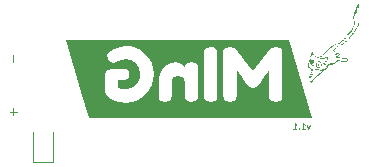
<source format=gbr>
%TF.GenerationSoftware,KiCad,Pcbnew,(6.0.7)*%
%TF.CreationDate,2023-03-08T16:51:48-08:00*%
%TF.ProjectId,ESP_SoC,4553505f-536f-4432-9e6b-696361645f70,rev?*%
%TF.SameCoordinates,Original*%
%TF.FileFunction,Legend,Bot*%
%TF.FilePolarity,Positive*%
%FSLAX46Y46*%
G04 Gerber Fmt 4.6, Leading zero omitted, Abs format (unit mm)*
G04 Created by KiCad (PCBNEW (6.0.7)) date 2023-03-08 16:51:48*
%MOMM*%
%LPD*%
G01*
G04 APERTURE LIST*
%ADD10C,0.125000*%
%ADD11C,0.120000*%
G04 APERTURE END LIST*
D10*
X127964285Y-102142857D02*
X127845238Y-102476190D01*
X127726190Y-102142857D01*
X127273809Y-102476190D02*
X127559523Y-102476190D01*
X127416666Y-102476190D02*
X127416666Y-101976190D01*
X127464285Y-102047619D01*
X127511904Y-102095238D01*
X127559523Y-102119047D01*
X127059523Y-102428571D02*
X127035714Y-102452380D01*
X127059523Y-102476190D01*
X127083333Y-102452380D01*
X127059523Y-102428571D01*
X127059523Y-102476190D01*
X126559523Y-102476190D02*
X126845238Y-102476190D01*
X126702380Y-102476190D02*
X126702380Y-101976190D01*
X126750000Y-102047619D01*
X126797619Y-102095238D01*
X126845238Y-102119047D01*
X102857142Y-100695238D02*
X102857142Y-101304761D01*
X103161904Y-101000000D02*
X102552380Y-101000000D01*
X102857142Y-96195238D02*
X102857142Y-96804761D01*
%TO.C,kibuzzard-64092D35*%
G36*
X107312928Y-94923658D02*
G01*
X126191267Y-94923658D01*
X128187072Y-101576342D01*
X109308733Y-101576342D01*
X108629918Y-99313625D01*
X110631650Y-99313625D01*
X110809450Y-99700975D01*
X111109487Y-99942672D01*
X111476200Y-100115312D01*
X111909588Y-100218897D01*
X112409650Y-100253425D01*
X112867247Y-100208777D01*
X113293887Y-100074831D01*
X113689572Y-99851589D01*
X113946850Y-99631125D01*
X115165550Y-99631125D01*
X115175075Y-99850200D01*
X115229050Y-100012125D01*
X115397325Y-100140713D01*
X115724350Y-100183575D01*
X116079950Y-100124837D01*
X116245050Y-99948625D01*
X116283150Y-99624775D01*
X116283150Y-98507175D01*
X116432375Y-98100775D01*
X116832425Y-97954725D01*
X117238825Y-98107125D01*
X117394400Y-98507175D01*
X117394400Y-99631125D01*
X117403925Y-99850200D01*
X117464250Y-100012125D01*
X117627763Y-100140713D01*
X117953200Y-100183575D01*
X118275463Y-100140713D01*
X118442150Y-100012125D01*
X118496125Y-99843850D01*
X118505374Y-99631125D01*
X119013650Y-99631125D01*
X119023175Y-99853375D01*
X119083500Y-100018475D01*
X119251775Y-100147063D01*
X119578800Y-100189925D01*
X119931225Y-100129600D01*
X120099500Y-99948625D01*
X120136853Y-99631125D01*
X120645600Y-99631125D01*
X120705925Y-99978788D01*
X120886900Y-100145475D01*
X121191700Y-100183575D01*
X121483800Y-100151825D01*
X121648900Y-100075625D01*
X121737800Y-99948625D01*
X121769550Y-99618425D01*
X121769550Y-97491175D01*
X121964812Y-97745969D01*
X122233100Y-98116650D01*
X122482337Y-98465106D01*
X122620450Y-98653225D01*
X122734750Y-98802450D01*
X122890325Y-98916750D01*
X123157025Y-98989775D01*
X123417375Y-98923100D01*
X123585650Y-98792925D01*
X123636450Y-98723075D01*
X123825362Y-98474631D01*
X124138100Y-98046800D01*
X124427025Y-97649131D01*
X124544500Y-97491175D01*
X124544500Y-99631125D01*
X124554025Y-99850200D01*
X124614350Y-100012125D01*
X124785800Y-100140713D01*
X125109650Y-100183575D01*
X125423975Y-100140713D01*
X125592250Y-100012125D01*
X125652575Y-99847025D01*
X125662100Y-99618425D01*
X125662100Y-96094175D01*
X125652575Y-95875100D01*
X125592250Y-95706825D01*
X125420800Y-95583000D01*
X125096950Y-95541725D01*
X124801675Y-95583000D01*
X124639750Y-95668725D01*
X124601650Y-95706825D01*
X123160200Y-97599125D01*
X122757102Y-97066487D01*
X122411408Y-96611573D01*
X122123118Y-96234383D01*
X121892232Y-95934917D01*
X121718750Y-95713175D01*
X121536981Y-95584587D01*
X121207575Y-95541725D01*
X120882931Y-95584587D01*
X120715450Y-95713175D01*
X120655125Y-95884625D01*
X120645600Y-96106875D01*
X120645600Y-99631125D01*
X120136853Y-99631125D01*
X120137600Y-99624775D01*
X120137600Y-96094175D01*
X120128075Y-95875100D01*
X120067750Y-95706825D01*
X119899475Y-95578237D01*
X119572450Y-95535375D01*
X119218437Y-95594113D01*
X119045400Y-95770325D01*
X119013650Y-96100525D01*
X119013650Y-99631125D01*
X118505374Y-99631125D01*
X118505650Y-99624775D01*
X118505650Y-97376875D01*
X118496125Y-97164150D01*
X118435800Y-97002225D01*
X118269113Y-96883163D01*
X117946850Y-96843475D01*
X117634112Y-96879988D01*
X117470600Y-96989525D01*
X117407100Y-97249875D01*
X117292800Y-97122875D01*
X117121350Y-96989525D01*
X116645100Y-96843475D01*
X116245403Y-96897450D01*
X115892978Y-97059375D01*
X115587825Y-97329250D01*
X115353228Y-97676736D01*
X115212469Y-98071494D01*
X115165550Y-98513525D01*
X115165550Y-99631125D01*
X113946850Y-99631125D01*
X114054300Y-99539050D01*
X114359894Y-99163408D01*
X114578175Y-98750856D01*
X114709144Y-98301395D01*
X114752800Y-97815025D01*
X114708350Y-97331036D01*
X114575000Y-96888719D01*
X114352750Y-96488073D01*
X114041600Y-96129100D01*
X113670125Y-95833230D01*
X113266900Y-95621894D01*
X112831925Y-95495092D01*
X112365200Y-95452825D01*
X111874839Y-95507858D01*
X111402822Y-95672958D01*
X110949150Y-95948125D01*
X110777700Y-96230700D01*
X110923750Y-96589475D01*
X111160287Y-96841888D01*
X111374600Y-96926025D01*
X111761950Y-96751400D01*
X112054050Y-96620431D01*
X112396950Y-96576775D01*
X112852562Y-96661706D01*
X113254200Y-96916500D01*
X113535187Y-97308613D01*
X113628850Y-97805500D01*
X113586517Y-98153339D01*
X113459517Y-98464489D01*
X113247850Y-98738950D01*
X112841450Y-99027081D01*
X112384250Y-99123125D01*
X112052462Y-99094550D01*
X111755600Y-99008825D01*
X111755600Y-98316675D01*
X112257250Y-98316675D01*
X112536650Y-98265875D01*
X112644600Y-98116650D01*
X112670000Y-97849950D01*
X112641425Y-97580075D01*
X112536650Y-97440375D01*
X112231850Y-97383225D01*
X111114250Y-97383225D01*
X110695150Y-97561025D01*
X110631650Y-97916625D01*
X110631650Y-99313625D01*
X108629918Y-99313625D01*
X107312928Y-94923658D01*
G37*
%TO.C,G\u002A\u002A\u002A*%
G36*
X130723096Y-96457534D02*
G01*
X130783223Y-96479650D01*
X130842951Y-96502488D01*
X130901739Y-96510859D01*
X130971882Y-96502408D01*
X131075927Y-96492869D01*
X131152019Y-96508983D01*
X131198305Y-96550531D01*
X131213924Y-96617106D01*
X131202016Y-96667278D01*
X131156657Y-96727428D01*
X131083924Y-96776079D01*
X131062371Y-96783367D01*
X130997106Y-96793781D01*
X130912563Y-96798968D01*
X130822249Y-96798749D01*
X130739672Y-96792949D01*
X130678337Y-96781390D01*
X130665701Y-96777272D01*
X130593705Y-96750486D01*
X130522610Y-96720033D01*
X130506662Y-96712909D01*
X130440291Y-96690300D01*
X130385911Y-96682098D01*
X130351783Y-96688742D01*
X130346173Y-96710669D01*
X130339716Y-96738576D01*
X130299089Y-96769350D01*
X130250901Y-96799747D01*
X130212600Y-96833616D01*
X130196245Y-96847300D01*
X130147292Y-96877733D01*
X130077139Y-96915575D01*
X129995022Y-96955647D01*
X129918506Y-96989854D01*
X129837137Y-97020859D01*
X129773981Y-97036296D01*
X129719708Y-97038987D01*
X129716498Y-97038827D01*
X129658307Y-97041044D01*
X129613715Y-97059603D01*
X129563742Y-97102197D01*
X129556533Y-97109372D01*
X129510471Y-97168908D01*
X129493292Y-97220944D01*
X129493146Y-97225173D01*
X129470908Y-97289113D01*
X129414027Y-97355012D01*
X129326855Y-97417724D01*
X129320095Y-97421679D01*
X129269342Y-97446928D01*
X129229799Y-97451686D01*
X129182358Y-97438731D01*
X129141168Y-97426732D01*
X129106454Y-97427006D01*
X129103847Y-97445960D01*
X129136091Y-97481080D01*
X129183924Y-97521139D01*
X129059803Y-97636580D01*
X128958001Y-97731046D01*
X128849704Y-97830711D01*
X128764941Y-97907367D01*
X128700654Y-97963600D01*
X128653783Y-98001994D01*
X128621268Y-98025135D01*
X128600051Y-98035607D01*
X128587072Y-98035996D01*
X128578114Y-98035740D01*
X128541930Y-98055057D01*
X128491036Y-98097511D01*
X128431451Y-98156304D01*
X128369198Y-98224636D01*
X128310298Y-98295708D01*
X128260771Y-98362720D01*
X128226640Y-98418872D01*
X128213924Y-98457367D01*
X128205226Y-98488388D01*
X128181624Y-98532724D01*
X128153795Y-98566655D01*
X128120667Y-98578054D01*
X128085237Y-98553697D01*
X128043016Y-98492275D01*
X128039727Y-98486596D01*
X128011830Y-98430403D01*
X127999790Y-98391317D01*
X128002900Y-98374515D01*
X128020451Y-98385177D01*
X128051736Y-98428479D01*
X128064133Y-98447768D01*
X128092846Y-98486484D01*
X128110556Y-98501758D01*
X128110870Y-98501721D01*
X128126084Y-98483631D01*
X128152208Y-98438866D01*
X128183778Y-98376758D01*
X128185956Y-98372262D01*
X128224353Y-98304537D01*
X128276087Y-98234453D01*
X128347211Y-98154578D01*
X128443778Y-98057478D01*
X128466611Y-98035490D01*
X128539947Y-97967663D01*
X128603675Y-97912781D01*
X128651612Y-97876001D01*
X128677577Y-97862478D01*
X128699868Y-97854357D01*
X128724163Y-97821270D01*
X128728925Y-97810952D01*
X128761661Y-97772005D01*
X128810510Y-97733537D01*
X128819320Y-97727734D01*
X128884963Y-97677550D01*
X128943573Y-97623341D01*
X128978944Y-97582181D01*
X128987904Y-97557772D01*
X128973573Y-97541069D01*
X128950944Y-97528789D01*
X128866761Y-97501406D01*
X128752219Y-97482236D01*
X128613924Y-97472538D01*
X128538013Y-97469080D01*
X128446022Y-97459522D01*
X128391741Y-97444871D01*
X128373926Y-97424881D01*
X128379829Y-97419072D01*
X128416531Y-97413064D01*
X128479506Y-97412181D01*
X128560243Y-97415797D01*
X128650232Y-97423289D01*
X128740961Y-97434032D01*
X128823919Y-97447403D01*
X128890594Y-97462776D01*
X128905081Y-97466909D01*
X128974145Y-97484494D01*
X129025456Y-97494128D01*
X129048804Y-97493807D01*
X129046851Y-97475101D01*
X129023924Y-97442021D01*
X129002740Y-97410980D01*
X129000955Y-97388324D01*
X129003946Y-97386524D01*
X129037440Y-97378523D01*
X129097645Y-97370218D01*
X129174013Y-97363144D01*
X129181610Y-97362579D01*
X129263096Y-97354657D01*
X129316981Y-97343460D01*
X129354789Y-97325425D01*
X129388045Y-97296991D01*
X129409998Y-97273468D01*
X129428006Y-97241804D01*
X129418670Y-97218766D01*
X129417374Y-97217497D01*
X129391423Y-97207124D01*
X129357822Y-97228493D01*
X129336218Y-97246455D01*
X129304543Y-97260797D01*
X129293924Y-97241354D01*
X129295035Y-97235534D01*
X129314605Y-97204231D01*
X129350608Y-97164254D01*
X129392585Y-97125498D01*
X129430078Y-97097856D01*
X129452630Y-97091220D01*
X129462378Y-97093160D01*
X129492415Y-97078582D01*
X129521168Y-97048254D01*
X129534172Y-97015592D01*
X129537164Y-97007134D01*
X129563858Y-96977284D01*
X129609172Y-96942385D01*
X129649738Y-96918915D01*
X129699183Y-96901559D01*
X129764042Y-96891356D01*
X129856594Y-96885482D01*
X129934462Y-96881550D01*
X129993987Y-96874641D01*
X130037461Y-96861097D01*
X130077468Y-96836829D01*
X130126594Y-96797747D01*
X130173920Y-96760671D01*
X130229650Y-96721879D01*
X130268924Y-96700145D01*
X130297296Y-96682473D01*
X130313924Y-96652516D01*
X130314259Y-96648276D01*
X130335618Y-96626342D01*
X130384963Y-96620026D01*
X130454870Y-96628515D01*
X130537917Y-96651001D01*
X130626679Y-96686671D01*
X130675437Y-96707739D01*
X130798944Y-96744052D01*
X130912513Y-96753775D01*
X131010654Y-96737521D01*
X131087879Y-96695902D01*
X131138698Y-96629530D01*
X131143769Y-96617845D01*
X131150893Y-96582340D01*
X131132787Y-96560376D01*
X131127326Y-96557582D01*
X131082724Y-96551046D01*
X131021574Y-96554909D01*
X130961581Y-96567080D01*
X130920449Y-96585466D01*
X130890270Y-96588689D01*
X130837118Y-96572264D01*
X130771689Y-96539722D01*
X130703956Y-96495221D01*
X130693068Y-96486586D01*
X130673148Y-96461959D01*
X130684781Y-96451956D01*
X130723096Y-96457534D01*
G37*
G36*
X127998366Y-98250667D02*
G01*
X128006046Y-98273019D01*
X128002845Y-98318235D01*
X127996948Y-98330458D01*
X127986222Y-98334228D01*
X127974322Y-98302021D01*
X127968947Y-98278156D01*
X127968321Y-98241701D01*
X127979292Y-98230049D01*
X127998366Y-98250667D01*
G37*
G36*
X127927657Y-96919817D02*
G01*
X127907452Y-96958123D01*
X127884820Y-97002029D01*
X127876807Y-97065524D01*
X127883705Y-97134559D01*
X127903172Y-97197845D01*
X127932869Y-97244095D01*
X127970455Y-97262021D01*
X127993520Y-97266030D01*
X128032494Y-97290297D01*
X128043897Y-97300913D01*
X128087475Y-97329992D01*
X128144943Y-97360399D01*
X128186540Y-97382420D01*
X128225313Y-97418902D01*
X128230207Y-97464094D01*
X128204666Y-97527639D01*
X128187545Y-97575147D01*
X128186865Y-97612471D01*
X128187737Y-97630676D01*
X128163534Y-97654938D01*
X128158101Y-97657866D01*
X128128958Y-97690828D01*
X128096133Y-97747074D01*
X128065463Y-97814169D01*
X128042782Y-97879677D01*
X128033924Y-97931162D01*
X128028538Y-97965419D01*
X128007317Y-98005771D01*
X127994483Y-98023668D01*
X127988984Y-98057199D01*
X127996599Y-98072105D01*
X128022419Y-98081547D01*
X128053768Y-98060018D01*
X128082944Y-98011282D01*
X128107817Y-97965196D01*
X128149658Y-97907143D01*
X128200724Y-97847570D01*
X128255279Y-97791908D01*
X128307587Y-97745591D01*
X128351913Y-97714049D01*
X128382520Y-97702715D01*
X128393672Y-97717021D01*
X128393528Y-97717877D01*
X128376960Y-97739512D01*
X128338279Y-97778466D01*
X128285182Y-97826940D01*
X128261859Y-97848409D01*
X128182174Y-97938139D01*
X128124033Y-98030009D01*
X128099420Y-98079025D01*
X128073776Y-98126921D01*
X128059189Y-98150089D01*
X128058367Y-98150907D01*
X128043757Y-98160410D01*
X128023219Y-98154558D01*
X127983221Y-98129720D01*
X127944446Y-98086103D01*
X127935724Y-98024859D01*
X127961961Y-97956317D01*
X127962326Y-97955737D01*
X127986213Y-97904139D01*
X128004532Y-97842551D01*
X128009318Y-97824221D01*
X128035323Y-97757965D01*
X128070659Y-97692551D01*
X128109546Y-97617038D01*
X128124699Y-97531623D01*
X128102253Y-97453468D01*
X128041406Y-97380204D01*
X127941360Y-97309460D01*
X127909251Y-97289940D01*
X127860509Y-97252185D01*
X127833588Y-97209855D01*
X127822802Y-97151234D01*
X127822462Y-97064612D01*
X127822829Y-97053168D01*
X127828637Y-96980352D01*
X127841430Y-96935878D01*
X127863939Y-96909537D01*
X127884186Y-96897876D01*
X127917007Y-96896503D01*
X127927657Y-96919817D01*
G37*
G36*
X128827455Y-96737082D02*
G01*
X128890228Y-96793860D01*
X128924226Y-96846328D01*
X128957581Y-96925898D01*
X128979039Y-97010348D01*
X128985496Y-97086748D01*
X128973846Y-97142167D01*
X128955664Y-97168084D01*
X128935938Y-97170290D01*
X128923287Y-97136053D01*
X128919094Y-97067266D01*
X128918906Y-97053471D01*
X128907774Y-96967980D01*
X128882846Y-96885741D01*
X128848766Y-96819003D01*
X128810178Y-96780016D01*
X128767562Y-96772844D01*
X128715054Y-96795376D01*
X128663707Y-96844249D01*
X128618893Y-96912710D01*
X128585988Y-96994006D01*
X128570364Y-97081384D01*
X128568702Y-97115250D01*
X128570017Y-97164414D01*
X128580354Y-97188780D01*
X128602510Y-97198541D01*
X128625102Y-97205994D01*
X128668939Y-97234178D01*
X128699628Y-97255433D01*
X128749322Y-97257503D01*
X128815223Y-97228072D01*
X128827974Y-97221002D01*
X128870331Y-97206329D01*
X128891062Y-97214023D01*
X128883526Y-97242665D01*
X128882695Y-97243911D01*
X128853630Y-97267847D01*
X128806524Y-97292728D01*
X128792386Y-97298299D01*
X128729439Y-97309732D01*
X128659565Y-97297504D01*
X128571391Y-97260034D01*
X128509512Y-97219105D01*
X128482991Y-97173238D01*
X128493996Y-97121886D01*
X128507604Y-97079484D01*
X128513924Y-97022021D01*
X128514955Y-96996544D01*
X128529653Y-96934031D01*
X128566226Y-96871179D01*
X128630348Y-96797021D01*
X128696956Y-96741443D01*
X128763726Y-96719601D01*
X128827455Y-96737082D01*
G37*
G36*
X128747043Y-96892472D02*
G01*
X128749564Y-96930796D01*
X128741807Y-96986557D01*
X128725532Y-97048351D01*
X128702501Y-97104774D01*
X128691798Y-97123157D01*
X128663272Y-97149635D01*
X128642168Y-97138207D01*
X128633924Y-97090043D01*
X128639331Y-97053882D01*
X128658361Y-96997756D01*
X128685158Y-96941931D01*
X128713430Y-96899116D01*
X128736887Y-96882021D01*
X128747043Y-96892472D01*
G37*
G36*
X128063220Y-96547880D02*
G01*
X128073924Y-96577221D01*
X128080357Y-96617238D01*
X128105161Y-96629844D01*
X128153478Y-96612251D01*
X128179498Y-96600033D01*
X128214936Y-96595430D01*
X128252205Y-96615067D01*
X128293193Y-96656012D01*
X128323437Y-96733999D01*
X128322392Y-96835266D01*
X128318245Y-96859466D01*
X128303787Y-96908184D01*
X128289389Y-96918102D01*
X128278339Y-96889953D01*
X128273924Y-96824469D01*
X128268069Y-96751625D01*
X128249378Y-96706716D01*
X128219097Y-96698162D01*
X128178508Y-96727270D01*
X128177328Y-96728541D01*
X128140909Y-96778317D01*
X128113168Y-96834706D01*
X128097202Y-96887556D01*
X128096110Y-96926712D01*
X128112989Y-96942021D01*
X128122250Y-96936189D01*
X128145778Y-96903113D01*
X128172515Y-96850548D01*
X128188651Y-96818062D01*
X128214400Y-96780754D01*
X128233022Y-96771463D01*
X128235215Y-96773249D01*
X128239358Y-96793923D01*
X128229817Y-96836720D01*
X128205258Y-96906225D01*
X128164342Y-97007021D01*
X128159810Y-97020832D01*
X128168064Y-97037803D01*
X128207785Y-97042021D01*
X128252179Y-97048625D01*
X128296210Y-97071688D01*
X128313924Y-97103783D01*
X128308483Y-97108035D01*
X128274233Y-97112564D01*
X128218924Y-97111822D01*
X128184693Y-97109044D01*
X128137783Y-97097735D01*
X128101277Y-97070796D01*
X128059409Y-97019059D01*
X128045325Y-96999290D01*
X128006382Y-96925332D01*
X127994409Y-96853021D01*
X127992881Y-96814103D01*
X127985538Y-96790857D01*
X127969924Y-96798021D01*
X127956135Y-96809096D01*
X127922031Y-96822021D01*
X127914656Y-96819137D01*
X127908223Y-96791160D01*
X127916428Y-96741566D01*
X127937017Y-96680429D01*
X127967734Y-96617826D01*
X128001162Y-96573111D01*
X128036346Y-96547512D01*
X128063220Y-96547880D01*
G37*
G36*
X128234706Y-96000498D02*
G01*
X128238112Y-96004055D01*
X128267986Y-96039904D01*
X128311205Y-96096061D01*
X128359642Y-96162021D01*
X128372336Y-96179699D01*
X128432254Y-96261922D01*
X128476580Y-96317758D01*
X128511704Y-96352528D01*
X128544014Y-96371555D01*
X128579899Y-96380158D01*
X128625749Y-96383659D01*
X128689809Y-96392090D01*
X128776876Y-96411656D01*
X128862595Y-96437620D01*
X129001266Y-96486530D01*
X129173561Y-96444275D01*
X129250885Y-96426617D01*
X129374614Y-96406279D01*
X129463075Y-96404437D01*
X129516201Y-96421090D01*
X129533924Y-96456236D01*
X129524340Y-96495988D01*
X129495227Y-96560821D01*
X129452301Y-96638351D01*
X129401377Y-96718843D01*
X129348271Y-96792564D01*
X129298799Y-96849778D01*
X129250084Y-96900269D01*
X129225980Y-96932530D01*
X129223000Y-96954218D01*
X129236991Y-96973658D01*
X129260331Y-96991894D01*
X129305976Y-97011827D01*
X129327887Y-97016007D01*
X129350105Y-97020490D01*
X129351459Y-97022173D01*
X129343924Y-97042021D01*
X129335542Y-97051895D01*
X129296585Y-97061256D01*
X129242260Y-97040625D01*
X129178631Y-96991840D01*
X129143801Y-96958370D01*
X129121241Y-96930839D01*
X129122419Y-96914083D01*
X129143924Y-96898984D01*
X129177349Y-96875379D01*
X129231503Y-96824422D01*
X129289284Y-96759245D01*
X129345503Y-96687057D01*
X129394970Y-96615068D01*
X129432495Y-96550488D01*
X129452890Y-96500527D01*
X129450965Y-96472394D01*
X129446069Y-96470752D01*
X129410613Y-96472726D01*
X129351055Y-96482285D01*
X129277944Y-96497171D01*
X129201829Y-96515126D01*
X129133257Y-96533892D01*
X129082777Y-96551211D01*
X129073064Y-96555172D01*
X129037190Y-96565842D01*
X129001203Y-96565218D01*
X128952964Y-96551633D01*
X128880334Y-96523420D01*
X128804372Y-96494595D01*
X128711747Y-96463331D01*
X128633924Y-96440898D01*
X128556765Y-96416111D01*
X128472754Y-96369246D01*
X128394799Y-96298383D01*
X128313698Y-96196497D01*
X128311648Y-96193646D01*
X128267475Y-96137302D01*
X128229336Y-96097259D01*
X128205287Y-96082021D01*
X128185224Y-96096172D01*
X128157162Y-96139745D01*
X128127735Y-96202835D01*
X128101602Y-96275306D01*
X128083427Y-96347021D01*
X128082434Y-96352109D01*
X128064493Y-96403296D01*
X128040110Y-96422021D01*
X128038463Y-96421989D01*
X128019681Y-96408813D01*
X128021651Y-96367021D01*
X128022994Y-96360160D01*
X128034148Y-96299461D01*
X128045722Y-96232021D01*
X128047005Y-96225031D01*
X128070705Y-96152786D01*
X128106406Y-96088355D01*
X128115350Y-96076020D01*
X128142849Y-96032447D01*
X128153924Y-96005022D01*
X128166566Y-95981830D01*
X128198458Y-95979314D01*
X128234706Y-96000498D01*
G37*
G36*
X130482835Y-96178578D02*
G01*
X130450337Y-96218557D01*
X130403924Y-96268817D01*
X130360619Y-96315150D01*
X130326855Y-96355052D01*
X130313924Y-96375719D01*
X130317747Y-96379616D01*
X130337924Y-96366021D01*
X130372356Y-96347975D01*
X130442929Y-96344421D01*
X130538924Y-96363072D01*
X130547834Y-96365631D01*
X130598519Y-96386214D01*
X130610077Y-96404456D01*
X130583287Y-96417975D01*
X130518924Y-96424387D01*
X130494717Y-96425394D01*
X130421896Y-96432177D01*
X130363924Y-96442437D01*
X130311185Y-96452102D01*
X130253924Y-96455070D01*
X130229793Y-96451654D01*
X130211845Y-96437509D01*
X130202824Y-96403149D01*
X130197976Y-96338682D01*
X130194263Y-96297060D01*
X130181700Y-96235886D01*
X130180121Y-96232854D01*
X130219512Y-96232854D01*
X130234628Y-96263335D01*
X130239781Y-96272229D01*
X130270007Y-96298539D01*
X130308675Y-96289975D01*
X130360183Y-96245926D01*
X130362504Y-96243483D01*
X130405658Y-96184822D01*
X130416411Y-96141114D01*
X130398611Y-96117671D01*
X130356108Y-96119807D01*
X130292750Y-96152834D01*
X130287446Y-96156508D01*
X130240293Y-96190140D01*
X130219524Y-96212022D01*
X130219512Y-96232854D01*
X130180121Y-96232854D01*
X130164165Y-96202220D01*
X130151077Y-96186199D01*
X130145113Y-96150558D01*
X130149133Y-96137580D01*
X130163628Y-96091158D01*
X130178101Y-96071591D01*
X130210198Y-96080026D01*
X130212942Y-96081432D01*
X130253726Y-96086891D01*
X130306623Y-96063537D01*
X130331062Y-96049087D01*
X130361137Y-96038655D01*
X130388767Y-96049515D01*
X130430053Y-96084387D01*
X130445912Y-96099104D01*
X130480240Y-96135890D01*
X130483355Y-96141114D01*
X130493924Y-96158836D01*
X130482835Y-96178578D01*
G37*
G36*
X130187988Y-95303998D02*
G01*
X130191066Y-95329412D01*
X130165235Y-95342021D01*
X130147732Y-95347738D01*
X130101099Y-95371798D01*
X130035834Y-95410323D01*
X129960235Y-95458595D01*
X129910713Y-95491177D01*
X129829269Y-95544129D01*
X129758601Y-95589344D01*
X129709957Y-95619588D01*
X129693353Y-95630339D01*
X129647859Y-95668670D01*
X129623572Y-95703133D01*
X129611070Y-95723048D01*
X129572724Y-95766485D01*
X129515895Y-95822887D01*
X129447539Y-95885065D01*
X129396215Y-95930345D01*
X129329054Y-95991083D01*
X129275499Y-96041242D01*
X129243924Y-96073089D01*
X129231048Y-96086695D01*
X129184005Y-96131280D01*
X129120346Y-96187842D01*
X129049290Y-96248579D01*
X128980055Y-96305686D01*
X128921860Y-96351362D01*
X128883924Y-96377803D01*
X128863877Y-96388121D01*
X128824927Y-96397051D01*
X128811398Y-96382705D01*
X128825007Y-96351979D01*
X128867473Y-96311767D01*
X128915028Y-96275144D01*
X128998855Y-96206260D01*
X129091924Y-96125802D01*
X129189276Y-96038460D01*
X129285951Y-95948927D01*
X129376988Y-95861893D01*
X129457429Y-95782050D01*
X129522314Y-95714088D01*
X129566682Y-95662698D01*
X129585573Y-95632572D01*
X129596682Y-95611441D01*
X129644629Y-95570328D01*
X129730299Y-95522228D01*
X129730376Y-95522190D01*
X129805318Y-95482522D01*
X129873372Y-95442078D01*
X129919815Y-95409607D01*
X129969434Y-95374795D01*
X130031820Y-95340125D01*
X130094641Y-95311558D01*
X130146524Y-95294252D01*
X130176098Y-95293364D01*
X130187988Y-95303998D01*
G37*
G36*
X130068549Y-95863337D02*
G01*
X130101181Y-95882138D01*
X130134960Y-95913925D01*
X130158590Y-95946710D01*
X130160774Y-95968504D01*
X130148111Y-95977922D01*
X130114689Y-95975541D01*
X130072796Y-95937021D01*
X130044459Y-95898631D01*
X130037142Y-95870678D01*
X130060438Y-95862021D01*
X130068549Y-95863337D01*
G37*
G36*
X130335460Y-95483771D02*
G01*
X130352262Y-95499091D01*
X130334792Y-95527765D01*
X130284172Y-95566837D01*
X130268414Y-95577652D01*
X130229761Y-95610879D01*
X130214172Y-95635673D01*
X130208138Y-95650438D01*
X130177677Y-95670829D01*
X130174063Y-95672285D01*
X130139801Y-95696061D01*
X130089919Y-95739976D01*
X130033885Y-95795799D01*
X130026152Y-95803869D01*
X129971862Y-95854762D01*
X129933939Y-95880580D01*
X129915789Y-95880975D01*
X129920820Y-95855600D01*
X129952438Y-95804108D01*
X129985162Y-95763680D01*
X130040214Y-95705401D01*
X130105371Y-95642766D01*
X130173098Y-95582442D01*
X130235862Y-95531098D01*
X130286127Y-95495401D01*
X130316359Y-95482021D01*
X130335460Y-95483771D01*
G37*
G36*
X131146170Y-94967600D02*
G01*
X131149521Y-94971414D01*
X131152258Y-94988133D01*
X131133079Y-95002762D01*
X131089182Y-95036775D01*
X131030763Y-95082274D01*
X130966930Y-95132143D01*
X130906791Y-95179264D01*
X130859454Y-95216521D01*
X130834027Y-95236796D01*
X130807932Y-95255774D01*
X130756306Y-95290170D01*
X130693924Y-95329761D01*
X130639007Y-95362241D01*
X130588277Y-95388963D01*
X130559552Y-95399986D01*
X130542538Y-95395378D01*
X130546821Y-95374754D01*
X130574241Y-95344747D01*
X130619552Y-95312968D01*
X130629366Y-95307124D01*
X130682134Y-95272676D01*
X130751085Y-95224708D01*
X130823924Y-95171720D01*
X130842425Y-95158054D01*
X130916659Y-95105241D01*
X130984748Y-95059583D01*
X131033924Y-95029714D01*
X131046536Y-95022735D01*
X131092312Y-94994028D01*
X131117837Y-94972600D01*
X131123825Y-94966575D01*
X131146170Y-94967600D01*
G37*
G36*
X131073500Y-94713994D02*
G01*
X131060004Y-94747988D01*
X131017962Y-94800823D01*
X130985655Y-94833168D01*
X130957922Y-94847689D01*
X130935462Y-94837058D01*
X130912579Y-94822730D01*
X130898391Y-94841120D01*
X130880702Y-94872655D01*
X130831744Y-94930908D01*
X130761785Y-94999272D01*
X130678549Y-95071469D01*
X130589761Y-95141216D01*
X130503144Y-95202233D01*
X130426422Y-95248240D01*
X130367319Y-95272956D01*
X130328453Y-95286604D01*
X130302555Y-95304236D01*
X130292189Y-95315355D01*
X130266941Y-95320510D01*
X130253924Y-95302021D01*
X130257309Y-95292820D01*
X130283924Y-95282021D01*
X130297658Y-95280352D01*
X130314154Y-95267021D01*
X130316311Y-95262485D01*
X130342604Y-95241751D01*
X130389154Y-95216198D01*
X130432491Y-95191116D01*
X130498915Y-95144132D01*
X130563924Y-95090678D01*
X130615049Y-95046155D01*
X130677143Y-94995029D01*
X130724983Y-94958815D01*
X130731212Y-94954331D01*
X130784797Y-94905206D01*
X130831054Y-94847981D01*
X130861146Y-94807586D01*
X130891557Y-94788780D01*
X130931211Y-94791424D01*
X130947324Y-94794385D01*
X130985545Y-94788828D01*
X131013519Y-94752778D01*
X131036884Y-94717751D01*
X131057304Y-94702021D01*
X131073500Y-94713994D01*
G37*
G36*
X132164565Y-93253446D02*
G01*
X132175702Y-93297021D01*
X132170143Y-93474342D01*
X132139727Y-93640110D01*
X132085112Y-93779893D01*
X132007341Y-93890018D01*
X131979339Y-93921739D01*
X131948504Y-93964281D01*
X131938614Y-93990079D01*
X131938972Y-93995867D01*
X131924078Y-94035409D01*
X131886184Y-94094300D01*
X131830041Y-94165799D01*
X131760395Y-94243162D01*
X131723198Y-94284608D01*
X131686829Y-94339488D01*
X131678477Y-94382885D01*
X131675705Y-94416724D01*
X131643924Y-94450051D01*
X131614912Y-94472353D01*
X131570286Y-94518166D01*
X131518161Y-94578279D01*
X131465501Y-94643988D01*
X131419267Y-94706587D01*
X131386420Y-94757373D01*
X131373924Y-94787640D01*
X131373242Y-94795146D01*
X131357306Y-94827769D01*
X131330664Y-94849891D01*
X131307283Y-94848712D01*
X131304631Y-94847335D01*
X131280306Y-94857418D01*
X131245078Y-94888886D01*
X131238168Y-94896229D01*
X131204352Y-94928793D01*
X131184879Y-94942021D01*
X131184734Y-94942020D01*
X131174526Y-94935066D01*
X131182130Y-94912112D01*
X131209784Y-94869726D01*
X131259724Y-94804476D01*
X131334189Y-94712928D01*
X131334990Y-94711959D01*
X131399176Y-94632707D01*
X131455873Y-94559853D01*
X131498962Y-94501441D01*
X131522327Y-94465516D01*
X131536294Y-94441852D01*
X131572385Y-94386870D01*
X131621461Y-94315867D01*
X131677062Y-94238328D01*
X131711135Y-94190940D01*
X131771746Y-94103475D01*
X131825559Y-94022158D01*
X131863924Y-93959879D01*
X131887799Y-93918385D01*
X131935701Y-93835876D01*
X131978146Y-93763571D01*
X132020524Y-93683005D01*
X132069341Y-93561185D01*
X132102010Y-93441416D01*
X132113924Y-93338137D01*
X132115574Y-93291255D01*
X132124724Y-93253109D01*
X132143924Y-93242021D01*
X132164565Y-93253446D01*
G37*
G36*
X131132911Y-94542168D02*
G01*
X131138388Y-94561070D01*
X131127187Y-94604085D01*
X131122649Y-94615690D01*
X131106571Y-94643774D01*
X131097233Y-94632916D01*
X131095693Y-94599352D01*
X131107985Y-94559107D01*
X131131560Y-94542021D01*
X131132911Y-94542168D01*
G37*
G36*
X131249650Y-94480495D02*
G01*
X131221347Y-94488264D01*
X131208251Y-94485944D01*
X131193924Y-94499881D01*
X131192998Y-94506529D01*
X131173924Y-94522021D01*
X131155943Y-94512032D01*
X131162494Y-94477716D01*
X131191647Y-94430840D01*
X131233924Y-94430840D01*
X131234316Y-94440938D01*
X131243763Y-94461137D01*
X131263070Y-94443402D01*
X131265788Y-94436191D01*
X131254251Y-94412222D01*
X131243765Y-94410241D01*
X131233924Y-94430840D01*
X131191647Y-94430840D01*
X131197377Y-94421627D01*
X131213603Y-94401075D01*
X131242756Y-94377791D01*
X131267046Y-94384611D01*
X131273611Y-94389384D01*
X131294456Y-94388441D01*
X131313593Y-94352892D01*
X131326909Y-94308955D01*
X131333924Y-94263167D01*
X131344726Y-94225050D01*
X131377544Y-94195033D01*
X131418603Y-94192746D01*
X131425716Y-94193523D01*
X131453290Y-94175168D01*
X131482079Y-94134307D01*
X131504739Y-94083173D01*
X131513924Y-94033998D01*
X131516813Y-94018317D01*
X131536257Y-94002021D01*
X131547633Y-93994138D01*
X131548209Y-93962326D01*
X131547113Y-93955880D01*
X131557898Y-93907202D01*
X131594556Y-93844323D01*
X131615277Y-93816620D01*
X131656575Y-93768302D01*
X131683962Y-93746910D01*
X131693633Y-93755840D01*
X131689579Y-93777194D01*
X131673502Y-93829973D01*
X131649178Y-93898845D01*
X131620912Y-93971793D01*
X131593006Y-94036803D01*
X131581102Y-94063194D01*
X131561618Y-94109707D01*
X131553924Y-94133437D01*
X131550716Y-94141678D01*
X131527493Y-94176533D01*
X131487178Y-94229278D01*
X131436152Y-94291969D01*
X131380796Y-94356659D01*
X131327491Y-94415404D01*
X131305967Y-94436191D01*
X131293378Y-94448349D01*
X131249650Y-94480495D01*
G37*
G36*
X131718474Y-93205756D02*
G01*
X131736463Y-93226195D01*
X131749750Y-93269536D01*
X131759880Y-93341477D01*
X131768398Y-93447719D01*
X131768708Y-93452510D01*
X131772406Y-93555981D01*
X131767644Y-93626953D01*
X131754010Y-93671860D01*
X131746790Y-93684528D01*
X131722414Y-93708016D01*
X131691005Y-93700458D01*
X131664309Y-93690688D01*
X131653924Y-93704650D01*
X131653087Y-93713208D01*
X131643454Y-93718216D01*
X131641793Y-93716270D01*
X131640540Y-93688011D01*
X131658929Y-93656766D01*
X131686064Y-93642021D01*
X131699014Y-93638560D01*
X131713924Y-93612021D01*
X131711668Y-93598220D01*
X131693924Y-93582021D01*
X131684724Y-93578636D01*
X131673924Y-93552021D01*
X131676107Y-93538229D01*
X131693297Y-93522021D01*
X131700661Y-93519705D01*
X131704526Y-93497021D01*
X131699062Y-93467176D01*
X131692020Y-93409348D01*
X131685150Y-93337021D01*
X131682164Y-93296857D01*
X131680936Y-93239212D01*
X131687170Y-93210079D01*
X131701781Y-93202021D01*
X131718474Y-93205756D01*
G37*
G36*
X131989417Y-92342021D02*
G01*
X131966755Y-92448687D01*
X131960735Y-92477021D01*
X131955154Y-92504157D01*
X131953703Y-92510840D01*
X131934891Y-92597487D01*
X131916841Y-92673012D01*
X131902792Y-92723575D01*
X131894532Y-92742021D01*
X131893729Y-92741901D01*
X131879548Y-92722545D01*
X131863060Y-92680129D01*
X131844745Y-92636490D01*
X131823954Y-92622523D01*
X131805370Y-92647153D01*
X131790814Y-92709637D01*
X131790395Y-92712021D01*
X131783584Y-92750738D01*
X131765349Y-92833472D01*
X131743814Y-92915361D01*
X131730274Y-92967387D01*
X131715618Y-93041422D01*
X131709924Y-93096978D01*
X131703466Y-93143714D01*
X131681924Y-93162021D01*
X131678834Y-93161772D01*
X131664059Y-93147436D01*
X131656224Y-93106360D01*
X131653924Y-93032021D01*
X131655813Y-92972894D01*
X131663235Y-92920841D01*
X131675272Y-92902021D01*
X131685933Y-92893999D01*
X131683620Y-92861061D01*
X131680667Y-92832741D01*
X131695986Y-92789536D01*
X131710354Y-92765041D01*
X131698289Y-92744718D01*
X131693750Y-92741036D01*
X131690726Y-92714562D01*
X131691968Y-92712021D01*
X131713924Y-92712021D01*
X131723924Y-92722021D01*
X131733924Y-92712021D01*
X131723924Y-92702021D01*
X131713924Y-92712021D01*
X131691968Y-92712021D01*
X131714575Y-92665759D01*
X131719678Y-92657109D01*
X131744022Y-92606948D01*
X131753924Y-92570357D01*
X131757152Y-92555722D01*
X131777015Y-92553930D01*
X131787613Y-92558686D01*
X131786761Y-92546609D01*
X131784403Y-92523402D01*
X131824779Y-92523402D01*
X131830016Y-92531074D01*
X131847333Y-92539737D01*
X131853924Y-92510840D01*
X131850991Y-92496567D01*
X131833598Y-92492222D01*
X131827287Y-92497716D01*
X131824779Y-92523402D01*
X131784403Y-92523402D01*
X131784053Y-92519957D01*
X131795787Y-92477409D01*
X131807810Y-92454703D01*
X131877462Y-92454703D01*
X131893924Y-92462021D01*
X131904512Y-92460577D01*
X131907258Y-92448687D01*
X131904326Y-92446294D01*
X131880591Y-92448687D01*
X131877462Y-92454703D01*
X131807810Y-92454703D01*
X131816213Y-92438833D01*
X131838012Y-92422021D01*
X131844504Y-92420119D01*
X131852432Y-92397021D01*
X131852744Y-92342021D01*
X131873924Y-92342021D01*
X131874506Y-92346801D01*
X131893924Y-92362021D01*
X131898705Y-92361439D01*
X131913924Y-92342021D01*
X131913343Y-92337240D01*
X131893924Y-92322021D01*
X131889144Y-92322602D01*
X131873924Y-92342021D01*
X131852744Y-92342021D01*
X131852787Y-92334393D01*
X131879552Y-92278449D01*
X131897841Y-92245765D01*
X131909574Y-92194043D01*
X131913320Y-92171619D01*
X131938198Y-92171619D01*
X131940591Y-92195354D01*
X131946607Y-92198483D01*
X131953924Y-92182021D01*
X131952481Y-92171433D01*
X131940591Y-92168687D01*
X131938198Y-92171619D01*
X131913320Y-92171619D01*
X131917081Y-92149109D01*
X131931189Y-92114043D01*
X131945568Y-92086544D01*
X131961197Y-92038419D01*
X131962678Y-92034703D01*
X131977462Y-92034703D01*
X131993924Y-92042021D01*
X132004512Y-92040577D01*
X132007258Y-92028687D01*
X132004326Y-92026294D01*
X131980591Y-92028687D01*
X131977462Y-92034703D01*
X131962678Y-92034703D01*
X131982509Y-91984950D01*
X132022878Y-91940290D01*
X132070487Y-91921947D01*
X132116484Y-91932822D01*
X132152017Y-91975822D01*
X132155988Y-91993442D01*
X132161367Y-92048443D01*
X132166078Y-92132334D01*
X132170062Y-92238854D01*
X132173259Y-92361743D01*
X132175610Y-92494740D01*
X132177057Y-92631584D01*
X132177539Y-92766014D01*
X132176999Y-92891770D01*
X132175376Y-93002590D01*
X132172612Y-93092215D01*
X132168647Y-93154382D01*
X132163423Y-93182833D01*
X132150888Y-93197292D01*
X132139660Y-93193773D01*
X132130809Y-93167272D01*
X132124098Y-93114955D01*
X132119292Y-93033988D01*
X132116152Y-92921536D01*
X132114442Y-92774765D01*
X132113924Y-92590840D01*
X132113924Y-92587477D01*
X132113292Y-92424152D01*
X132111524Y-92282146D01*
X132108736Y-92165194D01*
X132105046Y-92077032D01*
X132100571Y-92021396D01*
X132095429Y-92002021D01*
X132079228Y-92018595D01*
X132075183Y-92028687D01*
X132056815Y-92074514D01*
X132029554Y-92169704D01*
X132026614Y-92182021D01*
X131997507Y-92303946D01*
X131989417Y-92342021D01*
G37*
D11*
%TO.C,D3*%
X104550000Y-105300000D02*
X104550000Y-102750000D01*
X106250000Y-105300000D02*
X106250000Y-102750000D01*
X106250000Y-105300000D02*
X104550000Y-105300000D01*
%TD*%
M02*

</source>
